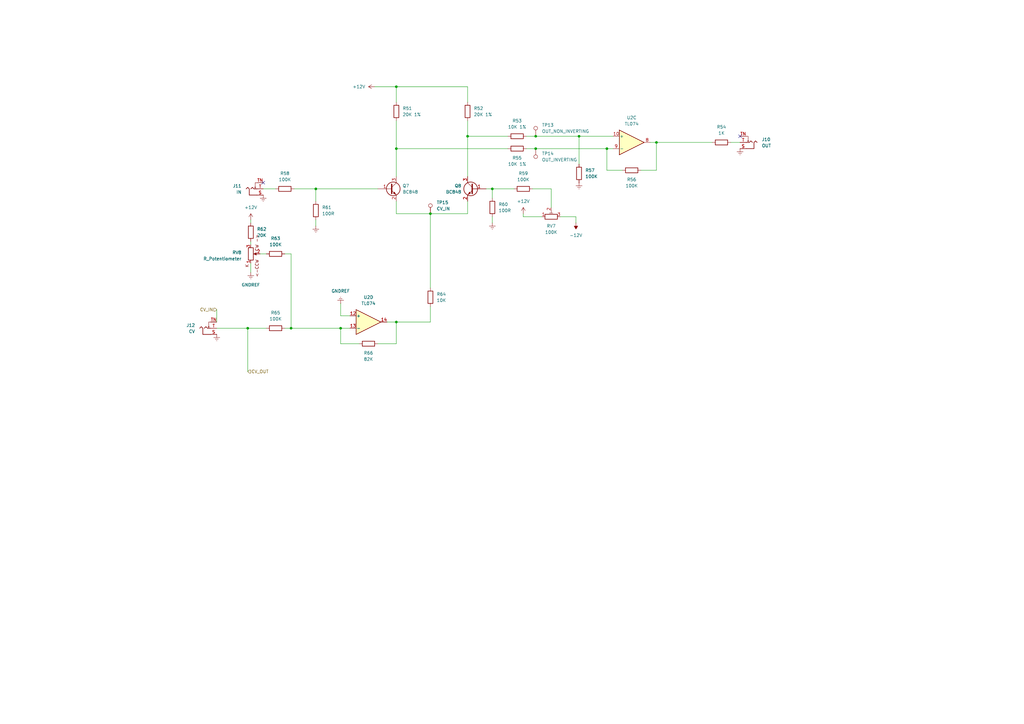
<source format=kicad_sch>
(kicad_sch (version 20250114) (generator "eeschema") (generator_version "9.0")
  (paper "A3")
  (lib_symbols
    (symbol "Amplifier_Operational:TL074" (pin_names (offset 0.127))
      (property "Reference" "U" (at 0 5.08 0))
      (property "Value" "TL074" (at 0 -5.08 0))
      (symbol "TL074_1_1"
        (polyline (pts (xy -5.08 5.08) (xy 5.08 0) (xy -5.08 -5.08) (xy -5.08 5.08)) (stroke (width 0.254)) (fill (type background)))
        (pin input line (at -7.62 2.54 0) (length 2.54) (name "+") (number "3"))
        (pin input line (at -7.62 -2.54 0) (length 2.54) (name "-") (number "2"))
        (pin output line (at 7.62 0 180) (length 2.54) (name "~") (number "1"))
      )
      (symbol "TL074_2_1"
        (polyline (pts (xy -5.08 5.08) (xy 5.08 0) (xy -5.08 -5.08) (xy -5.08 5.08)) (stroke (width 0.254)) (fill (type background)))
        (pin input line (at -7.62 2.54 0) (length 2.54) (name "+") (number "5"))
        (pin input line (at -7.62 -2.54 0) (length 2.54) (name "-") (number "6"))
        (pin output line (at 7.62 0 180) (length 2.54) (name "~") (number "7"))
      )
      (symbol "TL074_3_1"
        (polyline (pts (xy -5.08 5.08) (xy 5.08 0) (xy -5.08 -5.08) (xy -5.08 5.08)) (stroke (width 0.254)) (fill (type background)))
        (pin input line (at -7.62 2.54 0) (length 2.54) (name "+") (number "10"))
        (pin input line (at -7.62 -2.54 0) (length 2.54) (name "-") (number "9"))
        (pin output line (at 7.62 0 180) (length 2.54) (name "~") (number "8"))
      )
      (symbol "TL074_4_1"
        (polyline (pts (xy -5.08 5.08) (xy 5.08 0) (xy -5.08 -5.08) (xy -5.08 5.08)) (stroke (width 0.254)) (fill (type background)))
        (pin input line (at -7.62 2.54 0) (length 2.54) (name "+") (number "12"))
        (pin input line (at -7.62 -2.54 0) (length 2.54) (name "-") (number "13"))
        (pin output line (at 7.62 0 180) (length 2.54) (name "~") (number "14"))
      )
      (symbol "TL074_5_1"
        (pin power_in line (at -2.54 7.62 270) (length 3.81) (name "V+") (number "4"))
        (pin power_in line (at -2.54 -7.62 90) (length 3.81) (name "V-") (number "11"))
      )
    )
    (symbol "Connector:TestPoint" (pin_numbers (hide yes)) (pin_names (offset 0.762) (hide yes))
      (property "Reference" "TP" (at 0 6.858 0))
      (property "Value" "TestPoint" (at 0 5.08 0))
      (symbol "TestPoint_0_1"
        (circle (center 0 3.302) (radius 0.762))
      )
      (symbol "TestPoint_1_1"
        (pin passive line (at 0 0 90) (length 2.54) (name "1") (number "1"))
      )
    )
    (symbol "Device:R_Potentiometer_Trim" (pin_names (offset 1.016) (hide yes))
      (property "Reference" "RV" (at -4.445 0 90))
      (property "Value" "R_Potentiometer_Trim" (at -2.54 0 90))
      (symbol "R_Potentiometer_Trim_0_1"
        (rectangle (start 1.016 2.54) (end -1.016 -2.54) (stroke (width 0.254)))
        (polyline (pts (xy 1.524 0.762) (xy 1.524 -0.762)))
        (polyline (pts (xy 2.54 0) (xy 1.524 0)))
      )
      (symbol "R_Potentiometer_Trim_1_1"
        (pin passive line (at 0 3.81 270) (length 1.27) (name "1") (number "1"))
        (pin passive line (at 0 -3.81 90) (length 1.27) (name "3") (number "3"))
        (pin passive line (at 3.81 0 180) (length 1.27) (name "2") (number "2"))
      )
    )
    (symbol "Transistor_BJT:BC848" (pin_names (offset 0) (hide yes))
      (property "Reference" "Q" (at 5.08 1.905 0))
      (property "Value" "BC848" (at 5.08 0 0))
      (symbol "BC848_0_1"
        (polyline (pts (xy 0.635 1.905) (xy 0.635 -1.905) (xy 0.635 -1.905)) (stroke (width 0.508)))
        (polyline (pts (xy 0.635 0.635) (xy 2.54 2.54)))
        (polyline (pts (xy 0.635 -0.635) (xy 2.54 -2.54) (xy 2.54 -2.54)))
        (circle (center 1.27 0) (radius 2.8194) (stroke (width 0.254)))
        (polyline (pts (xy 1.27 -1.778) (xy 1.778 -1.27) (xy 2.286 -2.286) (xy 1.27 -1.778) (xy 1.27 -1.778)) (fill (type outline)))
      )
      (symbol "BC848_1_1"
        (pin input line (at -5.08 0 0) (length 5.715) (name "B") (number "1"))
        (pin passive line (at 2.54 5.08 270) (length 2.54) (name "C") (number "3"))
        (pin passive line (at 2.54 -5.08 90) (length 2.54) (name "E") (number "2"))
      )
    )
    (symbol "power:+12V" (power) (pin_numbers (hide yes)) (pin_names (offset 0) (hide yes))
      (property "Value" "+12V" (at 0 3.556 0))
      (symbol "+12V_0_1"
        (polyline (pts (xy -0.762 1.27) (xy 0 2.54)))
        (polyline (pts (xy 0 2.54) (xy 0.762 1.27)))
        (polyline (pts (xy 0 0) (xy 0 2.54)))
      )
      (symbol "+12V_1_1"
        (pin power_in line (at 0 0 90) (length 0) (name "~") (number "1"))
      )
    )
    (symbol "power:-12V" (power) (pin_numbers (hide yes)) (pin_names (offset 0) (hide yes))
      (property "Value" "-12V" (at 0 3.556 0))
      (symbol "-12V_0_0"
        (pin power_in line (at 0 0 90) (length 0) (name "~") (number "1"))
      )
      (symbol "-12V_0_1"
        (polyline (pts (xy 0 0) (xy 0 1.27) (xy 0.762 1.27) (xy 0 2.54) (xy -0.762 1.27) (xy 0 1.27)) (fill (type outline)))
      )
    )
    (symbol "power:GNDREF" (power) (pin_numbers (hide yes)) (pin_names (offset 0) (hide yes))
      (property "Value" "GNDREF" (at 0 -3.81 0))
      (symbol "GNDREF_0_1"
        (polyline (pts (xy -0.635 -1.905) (xy 0.635 -1.905)))
        (polyline (pts (xy -0.127 -2.54) (xy 0.127 -2.54)))
        (polyline (pts (xy 0 -1.27) (xy 0 0)))
        (polyline (pts (xy 1.27 -1.27) (xy -1.27 -1.27)))
      )
      (symbol "GNDREF_1_1"
        (pin power_in line (at 0 0 270) (length 0) (name "~") (number "1"))
      )
    )
    (symbol "synth:AudioJack_Mono_3.5mm"
      (property "Reference" "J" (at 0 8.89 0))
      (property "Value" "AudioJack_Mono_3.5mm" (at 0 6.35 0))
      (symbol "AudioJack_Mono_3.5mm_0_1"
        (polyline (pts (xy 0 0) (xy 0.635 -0.635) (xy 1.27 0) (xy 2.54 0)) (stroke (width 0.254)))
        (polyline (pts (xy 1.778 -0.254) (xy 2.032 -0.762)))
        (polyline (pts (xy 2.54 2.54) (xy -0.635 2.54) (xy -0.635 0) (xy -1.27 -0.635) (xy -1.905 0)) (stroke (width 0.254)))
        (polyline (pts (xy 2.54 -2.54) (xy 1.778 -2.54) (xy 1.778 -0.254) (xy 1.524 -0.762)))
      )
      (symbol "AudioJack_Mono_3.5mm_1_1"
        (pin passive line (at 5.08 2.54 180) (length 2.54) (name "~") (number "S"))
        (pin passive line (at 5.08 0 180) (length 2.54) (name "~") (number "T"))
        (pin passive line (at 5.08 -2.54 180) (length 2.54) (name "~") (number "TN"))
      )
    )
    (symbol "synth:R_Default" (pin_numbers (hide yes)) (pin_names (offset 0))
      (property "Reference" "R" (at -2.032 0 90))
      (property "Value" "R1" (at 2.032 0 90))
      (symbol "R_Default_0_1"
        (rectangle (start 1.016 -2.54) (end -1.016 2.54) (stroke (width 0.254)))
      )
      (symbol "R_Default_1_1"
        (pin passive line (at 0 3.81 270) (length 1.27) (name "~") (number "2"))
        (pin passive line (at 0 -3.81 90) (length 1.27) (name "~") (number "1"))
      )
    )
    (symbol "synth:R_Potentiometer (P0915N)" (pin_names (offset 1.016) (hide yes))
      (property "Reference" "RV" (at 0 6.604 0))
      (property "Value" "R_Potentiometer" (at 0 4.318 0))
      (symbol "R_Potentiometer (P0915N)_0_1"
        (polyline (pts (xy 0 -1.143) (xy 0.508 -2.286) (xy -0.508 -2.286) (xy 0 -1.143)) (fill (type outline)))
        (polyline (pts (xy 0 -2.54) (xy 0 -1.524)))
        (rectangle (start 2.54 1.016) (end -2.54 -1.016) (stroke (width 0.254)))
      )
      (symbol "R_Potentiometer (P0915N)_1_1"
        (text "<-CCW" (at -5.842 -2.54 0) (effects (font (size 1.27 1.27))))
        (text "K" (at -4.826 1.524 0) (effects (font (size 1.27 1.27))))
        (text "CW ->" (at 4.572 -2.54 0) (effects (font (size 1.27 1.27))))
        (pin passive line (at -3.81 0 0) (length 1.27) (name "1") (number "1"))
        (pin passive line (at 0 -3.81 90) (length 1.27) (name "2") (number "2"))
        (pin passive line (at 3.81 0 180) (length 1.27) (name "3") (number "3"))
      )
    )
  )
  (junction (at 191.77 55.88))
  (junction (at 219.71 55.88))
  (junction (at 162.56 132.08))
  (junction (at 162.56 60.96))
  (junction (at 119.38 134.62))
  (junction (at 176.53 87.63))
  (junction (at 101.6 134.62))
  (junction (at 248.92 60.96))
  (junction (at 219.71 60.96))
  (junction (at 237.49 55.88))
  (junction (at 269.24 58.42))
  (junction (at 129.54 77.47))
  (junction (at 139.7 134.62))
  (junction (at 201.93 77.47))
  (junction (at 162.56 35.56))
  (no_connect (at 107.95 74.93))
  (no_connect (at 303.53 55.88))
  (wire (pts (xy 176.53 87.63) (xy 176.53 118.11)))
  (wire (pts (xy 162.56 140.97) (xy 162.56 132.08)))
  (wire (pts (xy 162.56 60.96) (xy 208.28 60.96)))
  (wire (pts (xy 106.68 104.14) (xy 109.22 104.14)))
  (wire (pts (xy 147.32 140.97) (xy 139.7 140.97)))
  (wire (pts (xy 201.93 77.47) (xy 201.93 81.28)))
  (wire (pts (xy 116.84 134.62) (xy 119.38 134.62)))
  (wire (pts (xy 129.54 77.47) (xy 154.94 77.47)))
  (wire (pts (xy 236.22 88.9) (xy 229.87 88.9)))
  (wire (pts (xy 107.95 77.47) (xy 113.03 77.47)))
  (wire (pts (xy 191.77 55.88) (xy 191.77 72.39)))
  (wire (pts (xy 162.56 82.55) (xy 162.56 87.63)))
  (wire (pts (xy 119.38 104.14) (xy 119.38 134.62)))
  (wire (pts (xy 101.6 134.62) (xy 101.6 152.4)))
  (wire (pts (xy 139.7 129.54) (xy 143.51 129.54)))
  (wire (pts (xy 102.87 99.06) (xy 102.87 100.33)))
  (wire (pts (xy 199.39 77.47) (xy 201.93 77.47)))
  (wire (pts (xy 162.56 41.91) (xy 162.56 35.56)))
  (wire (pts (xy 248.92 60.96) (xy 248.92 69.85)))
  (wire (pts (xy 120.65 77.47) (xy 129.54 77.47)))
  (wire (pts (xy 88.9 134.62) (xy 101.6 134.62)))
  (wire (pts (xy 269.24 58.42) (xy 292.1 58.42)))
  (wire (pts (xy 299.72 58.42) (xy 303.53 58.42)))
  (wire (pts (xy 162.56 60.96) (xy 162.56 72.39)))
  (wire (pts (xy 191.77 41.91) (xy 191.77 35.56)))
  (wire (pts (xy 214.63 88.9) (xy 222.25 88.9)))
  (wire (pts (xy 139.7 124.46) (xy 139.7 129.54)))
  (wire (pts (xy 255.27 69.85) (xy 248.92 69.85)))
  (wire (pts (xy 201.93 88.9) (xy 201.93 91.44)))
  (wire (pts (xy 102.87 107.95) (xy 102.87 111.76)))
  (wire (pts (xy 102.87 90.17) (xy 102.87 91.44)))
  (wire (pts (xy 215.9 60.96) (xy 219.71 60.96)))
  (wire (pts (xy 191.77 87.63) (xy 176.53 87.63)))
  (wire (pts (xy 119.38 134.62) (xy 139.7 134.62)))
  (wire (pts (xy 129.54 90.17) (xy 129.54 92.71)))
  (wire (pts (xy 176.53 132.08) (xy 162.56 132.08)))
  (wire (pts (xy 191.77 82.55) (xy 191.77 87.63)))
  (wire (pts (xy 139.7 140.97) (xy 139.7 134.62)))
  (wire (pts (xy 266.7 58.42) (xy 269.24 58.42)))
  (wire (pts (xy 214.63 87.63) (xy 214.63 88.9)))
  (wire (pts (xy 191.77 49.53) (xy 191.77 55.88)))
  (wire (pts (xy 154.94 140.97) (xy 162.56 140.97)))
  (wire (pts (xy 191.77 55.88) (xy 208.28 55.88)))
  (wire (pts (xy 237.49 55.88) (xy 251.46 55.88)))
  (wire (pts (xy 219.71 60.96) (xy 248.92 60.96)))
  (wire (pts (xy 176.53 132.08) (xy 176.53 125.73)))
  (wire (pts (xy 162.56 87.63) (xy 176.53 87.63)))
  (wire (pts (xy 139.7 134.62) (xy 143.51 134.62)))
  (wire (pts (xy 162.56 35.56) (xy 153.67 35.56)))
  (wire (pts (xy 248.92 60.96) (xy 251.46 60.96)))
  (wire (pts (xy 191.77 35.56) (xy 162.56 35.56)))
  (wire (pts (xy 88.9 127) (xy 88.9 132.08)))
  (wire (pts (xy 226.06 85.09) (xy 226.06 77.47)))
  (wire (pts (xy 162.56 49.53) (xy 162.56 60.96)))
  (wire (pts (xy 219.71 55.88) (xy 237.49 55.88)))
  (wire (pts (xy 116.84 104.14) (xy 119.38 104.14)))
  (wire (pts (xy 129.54 77.47) (xy 129.54 82.55)))
  (wire (pts (xy 162.56 132.08) (xy 158.75 132.08)))
  (wire (pts (xy 101.6 134.62) (xy 109.22 134.62)))
  (wire (pts (xy 236.22 91.44) (xy 236.22 88.9)))
  (wire (pts (xy 237.49 67.31) (xy 237.49 55.88)))
  (wire (pts (xy 226.06 77.47) (xy 218.44 77.47)))
  (wire (pts (xy 201.93 77.47) (xy 210.82 77.47)))
  (wire (pts (xy 262.89 69.85) (xy 269.24 69.85)))
  (wire (pts (xy 269.24 69.85) (xy 269.24 58.42)))
  (wire (pts (xy 215.9 55.88) (xy 219.71 55.88)))
  (hierarchical_label "CV_OUT" (shape input) (at 101.6 152.4 0))
  (hierarchical_label "CV_IN" (shape input) (at 88.9 127 180))
  (symbol (lib_id "power:+12V") (at 153.67 35.56 90) (unit 1)
    (property "Reference" "#PWR012" (effects (hide yes)))
    (property "Value" "+12V" (at 149.86 35.5599 90) (effects (justify left)))
    (property "Description" "Power symbol creates a global label with name \"+12V\"" (effects (hide yes)))
    (instances (project "sparkle" (path "" (reference "#PWR048") (unit 1)) (path "" (reference "#PWR012") (unit 1)) (path "" (reference "#PWR024") (unit 1)) (path "" (reference "#PWR036") (unit 1))))
  )
  (symbol (lib_id "synth:R_Default") (at 201.93 85.09 0) (unit 1)
    (property "Reference" "R12" (at 204.47 83.8199 0) (effects (justify left)))
    (property "Value" "100R" (at 204.47 86.3599 0) (effects (justify left)))
    (property "Footprint" "Resistor_SMD:R_0805_2012Metric_Pad1.20x1.40mm_HandSolder" (effects (hide yes)))
    (property "Description" "Resistor" (effects (hide yes)))
    (instances (project "sparkle" (path "" (reference "R60") (unit 1)) (path "" (reference "R12") (unit 1)) (path "" (reference "R28") (unit 1)) (path "" (reference "R44") (unit 1))))
  )
  (symbol (lib_id "synth:R_Default") (at 151.13 140.97 90) (unit 1)
    (property "Reference" "R18" (at 151.13 144.78 90))
    (property "Value" "82K" (at 151.13 147.32 90))
    (property "Footprint" "Resistor_SMD:R_0805_2012Metric_Pad1.20x1.40mm_HandSolder" (effects (hide yes)))
    (property "Description" "Resistor" (effects (hide yes)))
    (instances (project "sparkle" (path "" (reference "R66") (unit 1)) (path "" (reference "R18") (unit 1)) (path "" (reference "R34") (unit 1)) (path "" (reference "R50") (unit 1))))
  )
  (symbol (lib_id "synth:R_Default") (at 295.91 58.42 270) (unit 1)
    (property "Reference" "R6" (at 295.91 52.07 90))
    (property "Value" "1K" (at 295.91 54.61 90))
    (property "Footprint" "Resistor_SMD:R_0805_2012Metric_Pad1.20x1.40mm_HandSolder" (effects (hide yes)))
    (property "Description" "Resistor" (effects (hide yes)))
    (instances (project "sparkle" (path "" (reference "R54") (unit 1)) (path "" (reference "R6") (unit 1)) (path "" (reference "R22") (unit 1)) (path "" (reference "R38") (unit 1))))
  )
  (symbol (lib_id "Connector:TestPoint") (at 176.53 87.63 0) (unit 1)
    (property "Reference" "TP6" (at 179.07 83.0579 0) (effects (justify left)))
    (property "Value" "CV_IN" (at 179.07 85.5979 0) (effects (justify left)))
    (property "Footprint" "Connector_Pin:Pin_D1.0mm_L10.0mm" (effects (hide yes)))
    (property "Description" "test point" (effects (hide yes)))
    (instances (project "sparkle" (path "" (reference "TP15") (unit 1)) (path "" (reference "TP6") (unit 1)) (path "" (reference "TP9") (unit 1)) (path "" (reference "TP12") (unit 1))))
  )
  (symbol (lib_id "synth:R_Default") (at 129.54 86.36 0) (unit 1)
    (property "Reference" "R13" (at 132.08 85.0899 0) (effects (justify left)))
    (property "Value" "100R" (at 132.08 87.6299 0) (effects (justify left)))
    (property "Footprint" "Resistor_SMD:R_0805_2012Metric_Pad1.20x1.40mm_HandSolder" (effects (hide yes)))
    (property "Description" "Resistor" (effects (hide yes)))
    (instances (project "sparkle" (path "" (reference "R61") (unit 1)) (path "" (reference "R13") (unit 1)) (path "" (reference "R29") (unit 1)) (path "" (reference "R45") (unit 1))))
  )
  (symbol (lib_id "Amplifier_Operational:TL074") (at 259.08 58.42 0) (unit 4)
    (property "Reference" "U1" (at 259.08 48.26 0))
    (property "Value" "TL074" (at 259.08 50.8 0))
    (property "Footprint" "Synth:SOIC-14" (effects (hide yes)))
    (property "Datasheet" "http://www.ti.com/lit/ds/symlink/tl071.pdf" (effects (hide yes)))
    (property "Description" "Quad Low-Noise JFET-Input Operational Amplifiers, DIP-14/SOIC-14" (effects (hide yes)))
    (instances (project "sparkle" (path "" (reference "U2") (unit 3)) (path "" (reference "U1") (unit 4)) (path "" (reference "U1") (unit 3)) (path "" (reference "U2") (unit 1))))
  )
  (symbol (lib_id "power:GNDREF") (at 129.54 92.71 0) (unit 1)
    (property "Reference" "#PWR020" (effects (hide yes)))
    (property "Value" "GNDREF" (effects (hide yes)))
    (property "Description" "Power symbol creates a global label with name \"GNDREF\" , reference supply ground" (effects (hide yes)))
    (instances (project "sparkle" (path "" (reference "#PWR056") (unit 1)) (path "" (reference "#PWR020") (unit 1)) (path "" (reference "#PWR032") (unit 1)) (path "" (reference "#PWR044") (unit 1))))
  )
  (symbol (lib_id "Transistor_BJT:BC848") (at 160.02 77.47 0) (unit 1)
    (property "Reference" "Q1" (at 165.1 76.1999 0) (effects (justify left)))
    (property "Value" "BC848" (at 165.1 78.7399 0) (effects (justify left)))
    (property "Footprint" "Package_TO_SOT_SMD:SOT-23_Handsoldering" (effects (hide yes)))
    (property "Datasheet" "http://www.infineon.com/dgdl/Infineon-BC847SERIES_BC848SERIES_BC849SERIES_BC850SERIES-DS-v01_01-en.pdf?fileId=db3a304314dca389011541d4630a1657" (effects (hide yes)))
    (property "Description" "0.1A Ic, 30V Vce, NPN Transistor, SOT-23" (effects (hide yes)))
    (instances (project "" (path "" (reference "Q7") (unit 1)) (path "" (reference "Q1") (unit 1)) (path "" (reference "Q3") (unit 1)) (path "" (reference "Q5") (unit 1))))
  )
  (symbol (lib_id "synth:AudioJack_Mono_3.5mm") (at 83.82 134.62 0) (mirror x) (unit 1)
    (property "Reference" "J3" (at 80.01 133.4134 0) (effects (justify right)))
    (property "Value" "CV" (at 80.01 135.9534 0) (effects (justify right)))
    (property "Footprint" "Synth:Jack_3.5mm_QingPu_WQP-PJ398SM_Vertical_CircularHoles" (effects (hide yes)))
    (property "Description" "Audio Jack, 2 Poles (Mono / TS), Switched T Pole (Normalling)" (effects (hide yes)))
    (instances (project "sparkle" (path "" (reference "J12") (unit 1)) (path "" (reference "J3") (unit 1)) (path "" (reference "J6") (unit 1)) (path "" (reference "J9") (unit 1))))
  )
  (symbol (lib_id "synth:R_Default") (at 176.53 121.92 0) (unit 1)
    (property "Reference" "R16" (at 179.07 120.6499 0) (effects (justify left)))
    (property "Value" "10K" (at 179.07 123.1899 0) (effects (justify left)))
    (property "Footprint" "Resistor_SMD:R_0805_2012Metric_Pad1.20x1.40mm_HandSolder" (effects (hide yes)))
    (property "Description" "Resistor" (effects (hide yes)))
    (instances (project "sparkle" (path "" (reference "R64") (unit 1)) (path "" (reference "R16") (unit 1)) (path "" (reference "R32") (unit 1)) (path "" (reference "R48") (unit 1))))
  )
  (symbol (lib_id "synth:R_Default") (at 191.77 45.72 0) (unit 1)
    (property "Reference" "R4" (at 194.31 44.4499 0) (effects (justify left)))
    (property "Value" "20K 1%" (at 194.31 46.9899 0) (effects (justify left)))
    (property "Footprint" "Resistor_SMD:R_0805_2012Metric_Pad1.20x1.40mm_HandSolder" (effects (hide yes)))
    (property "Description" "Resistor" (effects (hide yes)))
    (instances (project "sparkle" (path "" (reference "R52") (unit 1)) (path "" (reference "R4") (unit 1)) (path "" (reference "R20") (unit 1)) (path "" (reference "R36") (unit 1))))
  )
  (symbol (lib_id "power:+12V") (at 214.63 87.63 0) (unit 1)
    (property "Reference" "#PWR016" (effects (hide yes)))
    (property "Value" "+12V" (at 214.63 82.55 0))
    (property "Description" "Power symbol creates a global label with name \"+12V\"" (effects (hide yes)))
    (instances (project "sparkle" (path "" (reference "#PWR052") (unit 1)) (path "" (reference "#PWR016") (unit 1)) (path "" (reference "#PWR028") (unit 1)) (path "" (reference "#PWR040") (unit 1))))
  )
  (symbol (lib_id "power:+12V") (at 102.87 90.17 0) (unit 1)
    (property "Reference" "#PWR017" (effects (hide yes)))
    (property "Value" "+12V" (at 102.87 85.09 0))
    (property "Description" "Power symbol creates a global label with name \"+12V\"" (effects (hide yes)))
    (instances (project "sparkle" (path "" (reference "#PWR053") (unit 1)) (path "" (reference "#PWR017") (unit 1)) (path "" (reference "#PWR029") (unit 1)) (path "" (reference "#PWR041") (unit 1))))
  )
  (symbol (lib_id "synth:R_Default") (at 162.56 45.72 0) (unit 1)
    (property "Reference" "R3" (at 165.1 44.4499 0) (effects (justify left)))
    (property "Value" "20K 1%" (at 165.1 46.9899 0) (effects (justify left)))
    (property "Footprint" "Resistor_SMD:R_0805_2012Metric_Pad1.20x1.40mm_HandSolder" (effects (hide yes)))
    (property "Description" "Resistor" (effects (hide yes)))
    (instances (project "sparkle" (path "" (reference "R51") (unit 1)) (path "" (reference "R3") (unit 1)) (path "" (reference "R19") (unit 1)) (path "" (reference "R35") (unit 1))))
  )
  (symbol (lib_id "power:GNDREF") (at 201.93 91.44 0) (unit 1)
    (property "Reference" "#PWR018" (effects (hide yes)))
    (property "Value" "GNDREF" (effects (hide yes)))
    (property "Description" "Power symbol creates a global label with name \"GNDREF\" , reference supply ground" (effects (hide yes)))
    (instances (project "sparkle" (path "" (reference "#PWR054") (unit 1)) (path "" (reference "#PWR018") (unit 1)) (path "" (reference "#PWR030") (unit 1)) (path "" (reference "#PWR042") (unit 1))))
  )
  (symbol (lib_id "synth:R_Default") (at 237.49 71.12 0) (unit 1)
    (property "Reference" "R9" (at 240.03 69.8499 0) (effects (justify left)))
    (property "Value" "100K" (at 240.03 72.3899 0) (effects (justify left)))
    (property "Footprint" "Resistor_SMD:R_0805_2012Metric_Pad1.20x1.40mm_HandSolder" (effects (hide yes)))
    (property "Description" "Resistor" (effects (hide yes)))
    (instances (project "sparkle" (path "" (reference "R57") (unit 1)) (path "" (reference "R9") (unit 1)) (path "" (reference "R25") (unit 1)) (path "" (reference "R41") (unit 1))))
  )
  (symbol (lib_id "power:GNDREF") (at 237.49 74.93 0) (unit 1)
    (property "Reference" "#PWR014" (effects (hide yes)))
    (property "Value" "GNDREF" (effects (hide yes)))
    (property "Description" "Power symbol creates a global label with name \"GNDREF\" , reference supply ground" (effects (hide yes)))
    (instances (project "sparkle" (path "" (reference "#PWR050") (unit 1)) (path "" (reference "#PWR014") (unit 1)) (path "" (reference "#PWR026") (unit 1)) (path "" (reference "#PWR038") (unit 1))))
  )
  (symbol (lib_id "power:GNDREF") (at 107.95 80.01 0) (unit 1)
    (property "Reference" "#PWR015" (effects (hide yes)))
    (property "Value" "GNDREF" (effects (hide yes)))
    (property "Description" "Power symbol creates a global label with name \"GNDREF\" , reference supply ground" (effects (hide yes)))
    (instances (project "sparkle" (path "" (reference "#PWR051") (unit 1)) (path "" (reference "#PWR015") (unit 1)) (path "" (reference "#PWR027") (unit 1)) (path "" (reference "#PWR039") (unit 1))))
  )
  (symbol (lib_id "synth:R_Default") (at 212.09 55.88 270) (unit 1)
    (property "Reference" "R5" (at 212.09 49.53 90))
    (property "Value" "10K 1%" (at 212.09 52.07 90))
    (property "Footprint" "Resistor_SMD:R_0805_2012Metric_Pad1.20x1.40mm_HandSolder" (effects (hide yes)))
    (property "Description" "Resistor" (effects (hide yes)))
    (instances (project "sparkle" (path "" (reference "R53") (unit 1)) (path "" (reference "R5") (unit 1)) (path "" (reference "R21") (unit 1)) (path "" (reference "R37") (unit 1))))
  )
  (symbol (lib_id "synth:R_Default") (at 116.84 77.47 270) (unit 1)
    (property "Reference" "R10" (at 116.84 71.12 90))
    (property "Value" "100K" (at 116.84 73.66 90))
    (property "Footprint" "Resistor_SMD:R_0805_2012Metric_Pad1.20x1.40mm_HandSolder" (effects (hide yes)))
    (property "Description" "Resistor" (effects (hide yes)))
    (instances (project "sparkle" (path "" (reference "R58") (unit 1)) (path "" (reference "R10") (unit 1)) (path "" (reference "R26") (unit 1)) (path "" (reference "R42") (unit 1))))
  )
  (symbol (lib_id "synth:AudioJack_Mono_3.5mm") (at 102.87 77.47 0) (mirror x) (unit 1)
    (property "Reference" "J2" (at 99.06 76.2634 0) (effects (justify right)))
    (property "Value" "IN" (at 99.06 78.8034 0) (effects (justify right)))
    (property "Footprint" "Synth:Jack_3.5mm_QingPu_WQP-PJ398SM_Vertical_CircularHoles" (effects (hide yes)))
    (property "Description" "Audio Jack, 2 Poles (Mono / TS), Switched T Pole (Normalling)" (effects (hide yes)))
    (instances (project "sparkle" (path "" (reference "J11") (unit 1)) (path "" (reference "J2") (unit 1)) (path "" (reference "J5") (unit 1)) (path "" (reference "J8") (unit 1))))
  )
  (symbol (lib_id "synth:R_Default") (at 102.87 95.25 0) (unit 1)
    (property "Reference" "R14" (at 105.41 93.9799 0) (effects (justify left)))
    (property "Value" "20K" (at 105.41 96.5199 0) (effects (justify left)))
    (property "Footprint" "Resistor_SMD:R_0805_2012Metric_Pad1.20x1.40mm_HandSolder" (effects (hide yes)))
    (property "Description" "Resistor" (effects (hide yes)))
    (instances (project "sparkle" (path "" (reference "R62") (unit 1)) (path "" (reference "R14") (unit 1)) (path "" (reference "R30") (unit 1)) (path "" (reference "R46") (unit 1))))
  )
  (symbol (lib_id "power:-12V") (at 236.22 91.44 180) (unit 1)
    (property "Reference" "#PWR019" (effects (hide yes)))
    (property "Value" "-12V" (at 236.22 96.52 0))
    (property "Description" "Power symbol creates a global label with name \"-12V\"" (effects (hide yes)))
    (instances (project "sparkle" (path "" (reference "#PWR055") (unit 1)) (path "" (reference "#PWR019") (unit 1)) (path "" (reference "#PWR031") (unit 1)) (path "" (reference "#PWR043") (unit 1))))
  )
  (symbol (lib_id "Connector:TestPoint") (at 219.71 60.96 180) (unit 1)
    (property "Reference" "TP5" (at 222.25 62.9919 0) (effects (justify right)))
    (property "Value" "OUT_INVERTING" (at 222.25 65.5319 0) (effects (justify right)))
    (property "Footprint" "Connector_Pin:Pin_D1.0mm_L10.0mm" (effects (hide yes)))
    (property "Description" "test point" (effects (hide yes)))
    (instances (project "sparkle" (path "" (reference "TP14") (unit 1)) (path "" (reference "TP5") (unit 1)) (path "" (reference "TP8") (unit 1)) (path "" (reference "TP11") (unit 1))))
  )
  (symbol (lib_id "Connector:TestPoint") (at 219.71 55.88 0) (unit 1)
    (property "Reference" "TP4" (at 222.25 51.3079 0) (effects (justify left)))
    (property "Value" "OUT_NON_INVERTING" (at 222.25 53.8479 0) (effects (justify left)))
    (property "Footprint" "Connector_Pin:Pin_D1.0mm_L10.0mm" (effects (hide yes)))
    (property "Description" "test point" (effects (hide yes)))
    (instances (project "sparkle" (path "" (reference "TP13") (unit 1)) (path "" (reference "TP4") (unit 1)) (path "" (reference "TP7") (unit 1)) (path "" (reference "TP10") (unit 1))))
  )
  (symbol (lib_id "synth:R_Default") (at 113.03 104.14 270) (unit 1)
    (property "Reference" "R15" (at 113.03 97.79 90))
    (property "Value" "100K" (at 113.03 100.33 90))
    (property "Footprint" "Resistor_SMD:R_0805_2012Metric_Pad1.20x1.40mm_HandSolder" (effects (hide yes)))
    (property "Description" "Resistor" (effects (hide yes)))
    (instances (project "sparkle" (path "" (reference "R63") (unit 1)) (path "" (reference "R15") (unit 1)) (path "" (reference "R31") (unit 1)) (path "" (reference "R47") (unit 1))))
  )
  (symbol (lib_id "synth:R_Default") (at 113.03 134.62 270) (unit 1)
    (property "Reference" "R17" (at 113.03 128.27 90))
    (property "Value" "100K" (at 113.03 130.81 90))
    (property "Footprint" "Resistor_SMD:R_0805_2012Metric_Pad1.20x1.40mm_HandSolder" (effects (hide yes)))
    (property "Description" "Resistor" (effects (hide yes)))
    (instances (project "sparkle" (path "" (reference "R65") (unit 1)) (path "" (reference "R17") (unit 1)) (path "" (reference "R33") (unit 1)) (path "" (reference "R49") (unit 1))))
  )
  (symbol (lib_id "power:GNDREF") (at 139.7 124.46 180) (unit 1)
    (property "Reference" "#PWR022" (effects (hide yes)))
    (property "Value" "GNDREF" (at 139.7 119.38 0))
    (property "Description" "Power symbol creates a global label with name \"GNDREF\" , reference supply ground" (effects (hide yes)))
    (instances (project "sparkle" (path "" (reference "#PWR058") (unit 1)) (path "" (reference "#PWR022") (unit 1)) (path "" (reference "#PWR034") (unit 1)) (path "" (reference "#PWR046") (unit 1))))
  )
  (symbol (lib_id "Device:R_Potentiometer_Trim") (at 226.06 88.9 90) (unit 1)
    (property "Reference" "RV1" (at 226.06 92.71 90))
    (property "Value" "100K" (at 226.06 95.25 90))
    (property "Footprint" "Synth:Potentiometer_SMD_23BRXXKLRTR" (effects (hide yes)))
    (property "Description" "Trim-potentiometer" (effects (hide yes)))
    (instances (project "sparkle" (path "" (reference "RV7") (unit 1)) (path "" (reference "RV1") (unit 1)) (path "" (reference "RV3") (unit 1)) (path "" (reference "RV5") (unit 1))))
  )
  (symbol (lib_id "synth:R_Default") (at 214.63 77.47 270) (unit 1)
    (property "Reference" "R11" (at 214.63 71.12 90))
    (property "Value" "100K" (at 214.63 73.66 90))
    (property "Footprint" "Resistor_SMD:R_0805_2012Metric_Pad1.20x1.40mm_HandSolder" (effects (hide yes)))
    (property "Description" "Resistor" (effects (hide yes)))
    (instances (project "sparkle" (path "" (reference "R59") (unit 1)) (path "" (reference "R11") (unit 1)) (path "" (reference "R27") (unit 1)) (path "" (reference "R43") (unit 1))))
  )
  (symbol (lib_id "power:GNDREF") (at 102.87 111.76 0) (unit 1)
    (property "Reference" "#PWR021" (effects (hide yes)))
    (property "Value" "GNDREF" (at 102.87 116.84 0))
    (property "Description" "Power symbol creates a global label with name \"GNDREF\" , reference supply ground" (effects (hide yes)))
    (instances (project "sparkle" (path "" (reference "#PWR057") (unit 1)) (path "" (reference "#PWR021") (unit 1)) (path "" (reference "#PWR033") (unit 1)) (path "" (reference "#PWR045") (unit 1))))
  )
  (symbol (lib_id "power:GNDREF") (at 88.9 137.16 0) (unit 1)
    (property "Reference" "#PWR023" (effects (hide yes)))
    (property "Value" "GNDREF" (effects (hide yes)))
    (property "Description" "Power symbol creates a global label with name \"GNDREF\" , reference supply ground" (effects (hide yes)))
    (instances (project "sparkle" (path "" (reference "#PWR059") (unit 1)) (path "" (reference "#PWR023") (unit 1)) (path "" (reference "#PWR035") (unit 1)) (path "" (reference "#PWR047") (unit 1))))
  )
  (symbol (lib_id "Amplifier_Operational:TL074") (at 151.13 132.08 0) (unit 1)
    (property "Reference" "U1" (at 151.13 121.92 0))
    (property "Value" "TL074" (at 151.13 124.46 0))
    (property "Footprint" "Synth:SOIC-14" (effects (hide yes)))
    (property "Datasheet" "http://www.ti.com/lit/ds/symlink/tl071.pdf" (effects (hide yes)))
    (property "Description" "Quad Low-Noise JFET-Input Operational Amplifiers, DIP-14/SOIC-14" (effects (hide yes)))
    (instances (project "sparkle" (path "" (reference "U2") (unit 4)) (path "" (reference "U1") (unit 1)) (path "" (reference "U1") (unit 2)) (path "" (reference "U2") (unit 2))))
  )
  (symbol (lib_id "synth:R_Default") (at 212.09 60.96 270) (unit 1)
    (property "Reference" "R7" (at 212.09 64.77 90))
    (property "Value" "10K 1%" (at 212.09 67.31 90))
    (property "Footprint" "Resistor_SMD:R_0805_2012Metric_Pad1.20x1.40mm_HandSolder" (effects (hide yes)))
    (property "Description" "Resistor" (effects (hide yes)))
    (instances (project "sparkle" (path "" (reference "R55") (unit 1)) (path "" (reference "R7") (unit 1)) (path "" (reference "R23") (unit 1)) (path "" (reference "R39") (unit 1))))
  )
  (symbol (lib_id "power:GNDREF") (at 303.53 60.96 0) (unit 1)
    (property "Reference" "#PWR013" (effects (hide yes)))
    (property "Value" "GNDREF" (effects (hide yes)))
    (property "Description" "Power symbol creates a global label with name \"GNDREF\" , reference supply ground" (effects (hide yes)))
    (instances (project "sparkle" (path "" (reference "#PWR049") (unit 1)) (path "" (reference "#PWR013") (unit 1)) (path "" (reference "#PWR025") (unit 1)) (path "" (reference "#PWR037") (unit 1))))
  )
  (symbol (lib_id "synth:R_Default") (at 259.08 69.85 90) (unit 1)
    (property "Reference" "R8" (at 259.08 73.66 90))
    (property "Value" "100K" (at 259.08 76.2 90))
    (property "Footprint" "Resistor_SMD:R_0805_2012Metric_Pad1.20x1.40mm_HandSolder" (effects (hide yes)))
    (property "Description" "Resistor" (effects (hide yes)))
    (instances (project "sparkle" (path "" (reference "R56") (unit 1)) (path "" (reference "R8") (unit 1)) (path "" (reference "R24") (unit 1)) (path "" (reference "R40") (unit 1))))
  )
  (symbol (lib_id "synth:AudioJack_Mono_3.5mm") (at 308.61 58.42 180) (unit 1)
    (property "Reference" "J1" (at 312.42 57.2134 0) (effects (justify right)))
    (property "Value" "OUT" (at 312.42 59.7534 0) (effects (justify right)))
    (property "Footprint" "Synth:Jack_3.5mm_QingPu_WQP-PJ398SM_Vertical_CircularHoles" (effects (hide yes)))
    (property "Description" "Audio Jack, 2 Poles (Mono / TS), Switched T Pole (Normalling)" (effects (hide yes)))
    (instances (project "sparkle" (path "" (reference "J10") (unit 1)) (path "" (reference "J1") (unit 1)) (path "" (reference "J4") (unit 1)) (path "" (reference "J7") (unit 1))))
  )
  (symbol (lib_id "Transistor_BJT:BC848") (at 194.31 77.47 0) (mirror y) (unit 1)
    (property "Reference" "Q2" (at 189.23 76.1999 0) (effects (justify left)))
    (property "Value" "BC848" (at 189.23 78.7399 0) (effects (justify left)))
    (property "Footprint" "Package_TO_SOT_SMD:SOT-23_Handsoldering" (effects (hide yes)))
    (property "Datasheet" "http://www.infineon.com/dgdl/Infineon-BC847SERIES_BC848SERIES_BC849SERIES_BC850SERIES-DS-v01_01-en.pdf?fileId=db3a304314dca389011541d4630a1657" (effects (hide yes)))
    (property "Description" "0.1A Ic, 30V Vce, NPN Transistor, SOT-23" (effects (hide yes)))
    (instances (project "sparkle" (path "" (reference "Q8") (unit 1)) (path "" (reference "Q2") (unit 1)) (path "" (reference "Q4") (unit 1)) (path "" (reference "Q6") (unit 1))))
  )
  (symbol (lib_id "synth:R_Potentiometer (P0915N)") (at 102.87 104.14 90) (unit 1)
    (property "Reference" "RV2" (at 99.06 103.5805 90) (effects (justify left)))
    (property "Value" "R_Potentiometer" (at 99.06 106.1205 90) (effects (justify left)))
    (property "Footprint" "Synth:Potentiometer_TT_P0915N" (effects (hide yes)))
    (property "Description" "Potentiometer" (effects (hide yes)))
    (instances (project "sparkle" (path "" (reference "RV8") (unit 1)) (path "" (reference "RV2") (unit 1)) (path "" (reference "RV4") (unit 1)) (path "" (reference "RV6") (unit 1))))
  )
)
</source>
